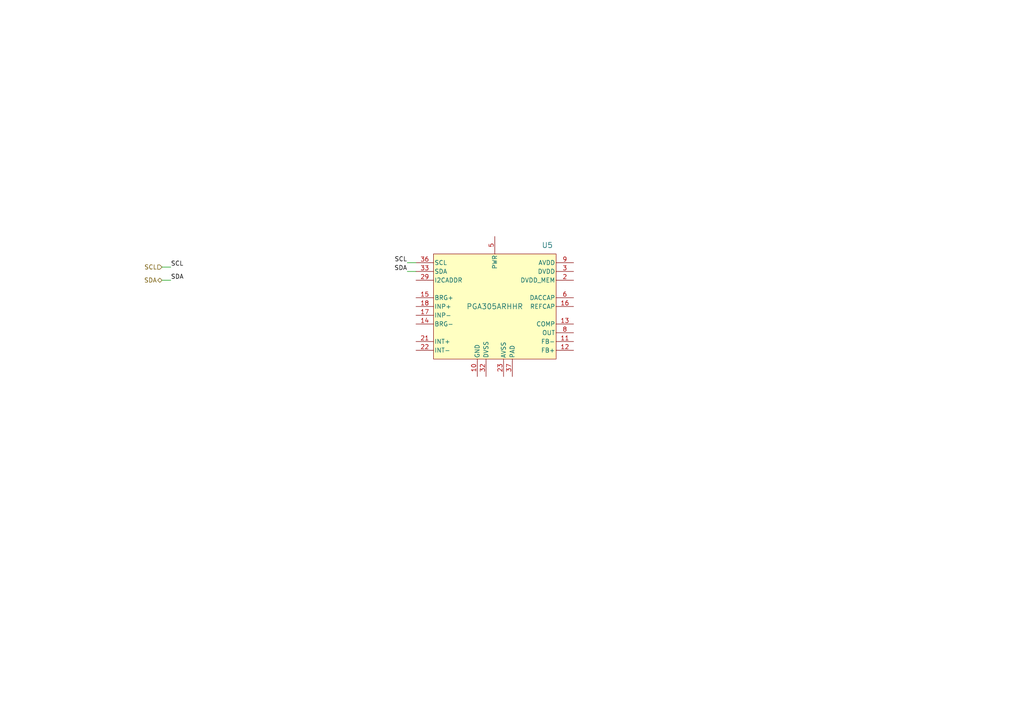
<source format=kicad_sch>
(kicad_sch (version 20230121) (generator eeschema)
  (paper "A4")
  (title_block (title "mouse_joystick_controller") (date "2023-07-12") (rev "2.0") (company "Howard Hughes Medical Institute"))
  (lib_symbols
    (symbol "Janelia:PGA305ARHHR" (pin_names (offset 0.254))
      (property "Reference" "U" (at 15.24 17.78 0))
      (property "Value" "PGA305ARHHR" (at 0 0 0))
      (symbol "PGA305ARHHR_0_1"
        (pin power_in line (at -5.08 -20.32 90) (length 5.08) (name "GND") (number "10"))
        (pin input line (at 22.86 -10.16 180) (length 5.08) (name "FB-") (number "11"))
        (pin input line (at 22.86 -12.7 180) (length 5.08) (name "FB+") (number "12"))
        (pin output line (at -22.86 -5.08 0) (length 5.08) (name "BRG-") (number "14"))
        (pin output line (at -22.86 2.54 0) (length 5.08) (name "BRG+") (number "15"))
        (pin input line (at -22.86 -2.54 0) (length 5.08) (name "INP-") (number "17"))
        (pin input line (at -22.86 0 0) (length 5.08) (name "INP+") (number "18"))
        (pin power_in line (at 22.86 7.62 180) (length 5.08) (name "DVDD_MEM") (number "2"))
        (pin input line (at -22.86 -10.16 0) (length 5.08) (name "INT+") (number "21"))
        (pin input line (at -22.86 -12.7 0) (length 5.08) (name "INT-") (number "22"))
        (pin power_in line (at 2.54 -20.32 90) (length 5.08) (name "AVSS") (number "23"))
        (pin input line (at -22.86 7.62 0) (length 5.08) (name "I2CADDR") (number "29"))
        (pin power_in line (at -2.54 -20.32 90) (length 5.08) (name "DVSS") (number "32"))
        (pin bidirectional line (at -22.86 10.16 0) (length 5.08) (name "SDA") (number "33"))
        (pin unspecified line (at 5.08 -20.32 90) (length 5.08) (name "PAD") (number "37"))
        (pin power_in line (at 0 20.32 270) (length 5.08) (name "PWR") (number "5"))
        (pin output line (at 22.86 -7.62 180) (length 5.08) (name "OUT") (number "8"))
      )
      (symbol "PGA305ARHHR_1_1"
        (rectangle (start -17.78 15.24) (end 17.78 -15.24) (fill (type background)))
        (pin input line (at 22.86 -5.08 180) (length 5.08) (name "COMP") (number "13"))
        (pin output line (at 22.86 0 180) (length 5.08) (name "REFCAP") (number "16"))
        (pin power_out line (at 22.86 10.16 180) (length 5.08) (name "DVDD") (number "3"))
        (pin input line (at -22.86 12.7 0) (length 5.08) (name "SCL") (number "36"))
        (pin output line (at 22.86 2.54 180) (length 5.08) (name "DACCAP") (number "6"))
        (pin power_out line (at 22.86 12.7 180) (length 5.08) (name "AVDD") (number "9"))
      )
    )
  )
  (wire (pts (xy 49.53 81.28) (xy 46.99 81.28)))
  (wire (pts (xy 118.11 76.2) (xy 120.65 76.2)))
  (wire (pts (xy 118.11 78.74) (xy 120.65 78.74)))
  (wire (pts (xy 49.53 77.47) (xy 46.99 77.47)))
  (label "SDA" (at 49.53 81.28 0))
  (label "SCL" (at 118.11 76.2 180))
  (label "SCL" (at 49.53 77.47 0))
  (label "SDA" (at 118.11 78.74 180))
  (hierarchical_label "SDA" (shape bidirectional) (at 46.99 81.28 180))
  (hierarchical_label "SCL" (shape input) (at 46.99 77.47 180))
  (symbol (lib_id "Janelia:PGA305ARHHR") (at 143.51 88.9 0) (unit 1)
    (property "Reference" "U5" (at 158.75 71.12 0) (effects (font (size 1.524 1.524))))
    (property "Value" "PGA305ARHHR" (at 143.51 88.9 0) (effects (font (size 1.524 1.524))))
    (property "Footprint" "Janelia:RHH0036C" (effects hide))
    (property "Description" "IC SIGNAL COND ANLG" (effects hide))
    (property "Package" " 36-VQFN" (effects hide))
    (property "Manufacturer" "Texas Instruments" (effects hide))
    (property "Manufacturer Part Number" "PGA305ARHHT" (effects hide))
    (property "Vendor" "Digi-Key" (effects hide))
    (property "Vendor Part Number" "296-50279-1-ND" (effects hide))
    (property "Sim.Enable" "0" (effects hide))
  )
)
</source>
